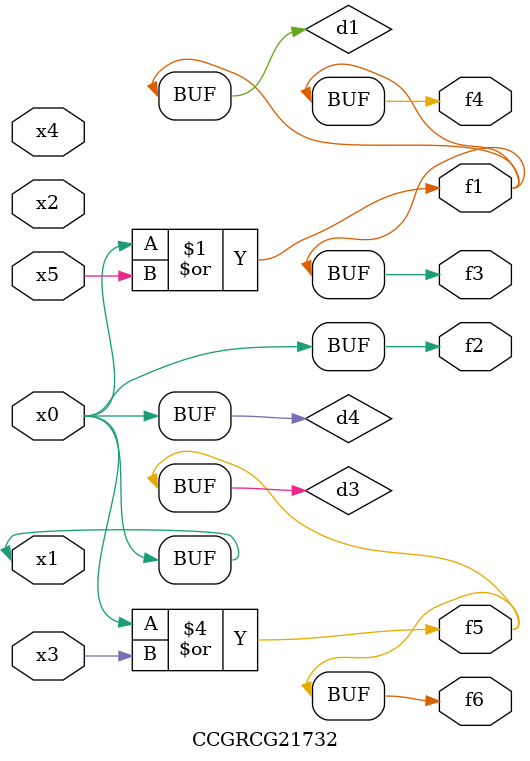
<source format=v>
module CCGRCG21732(
	input x0, x1, x2, x3, x4, x5,
	output f1, f2, f3, f4, f5, f6
);

	wire d1, d2, d3, d4;

	or (d1, x0, x5);
	xnor (d2, x1, x4);
	or (d3, x0, x3);
	buf (d4, x0, x1);
	assign f1 = d1;
	assign f2 = d4;
	assign f3 = d1;
	assign f4 = d1;
	assign f5 = d3;
	assign f6 = d3;
endmodule

</source>
